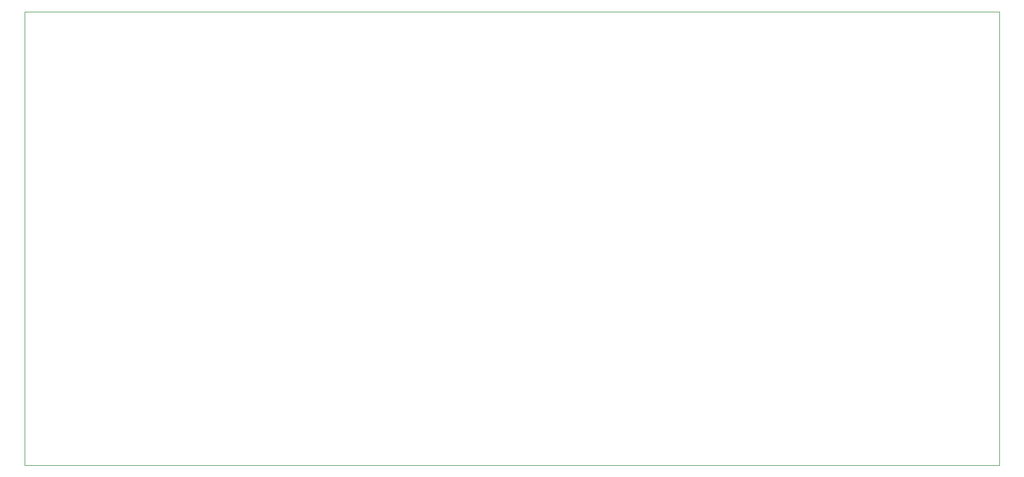
<source format=gbr>
%TF.GenerationSoftware,KiCad,Pcbnew,(6.0.4)*%
%TF.CreationDate,2022-04-19T02:21:29-03:00*%
%TF.ProjectId,TCC_Flow,5443435f-466c-46f7-972e-6b696361645f,rev?*%
%TF.SameCoordinates,Original*%
%TF.FileFunction,Profile,NP*%
%FSLAX46Y46*%
G04 Gerber Fmt 4.6, Leading zero omitted, Abs format (unit mm)*
G04 Created by KiCad (PCBNEW (6.0.4)) date 2022-04-19 02:21:29*
%MOMM*%
%LPD*%
G01*
G04 APERTURE LIST*
%TA.AperFunction,Profile*%
%ADD10C,0.100000*%
%TD*%
G04 APERTURE END LIST*
D10*
X210820000Y-43180000D02*
X63500000Y-43180000D01*
X210820000Y-111760000D02*
X210820000Y-43180000D01*
X63500000Y-111760000D02*
X210820000Y-111760000D01*
X63500000Y-43180000D02*
X63500000Y-111760000D01*
M02*

</source>
